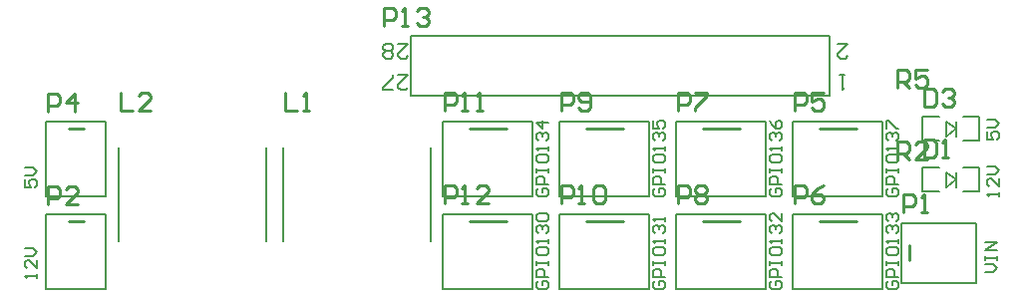
<source format=gto>
%FSLAX25Y25*%
%MOIN*%
G70*
G01*
G75*
G04 Layer_Color=65535*
%ADD10R,0.04724X0.05512*%
%ADD11R,0.21260X0.11417*%
%ADD12R,0.05512X0.04724*%
%ADD13C,0.01000*%
%ADD14R,0.06200X0.06200*%
%ADD15C,0.06200*%
%ADD16R,0.06200X0.06200*%
%ADD17C,0.05906*%
%ADD18R,0.05906X0.05906*%
%ADD19C,0.03000*%
%ADD20C,0.05000*%
%ADD21R,0.01417X0.04685*%
%ADD22R,0.05512X0.04331*%
%ADD23R,0.04331X0.05512*%
%ADD24R,0.09843X0.06693*%
%ADD25R,0.12992X0.05512*%
%ADD26R,0.07520X0.02402*%
G04:AMPARAMS|DCode=27|XSize=122.05mil|YSize=94.88mil|CornerRadius=9.49mil|HoleSize=0mil|Usage=FLASHONLY|Rotation=270.000|XOffset=0mil|YOffset=0mil|HoleType=Round|Shape=RoundedRectangle|*
%AMROUNDEDRECTD27*
21,1,0.12205,0.07591,0,0,270.0*
21,1,0.10307,0.09488,0,0,270.0*
1,1,0.01898,-0.03795,-0.05154*
1,1,0.01898,-0.03795,0.05154*
1,1,0.01898,0.03795,0.05154*
1,1,0.01898,0.03795,-0.05154*
%
%ADD27ROUNDEDRECTD27*%
%ADD28R,0.04724X0.05512*%
%ADD29R,0.04331X0.06693*%
%ADD30C,0.00800*%
%ADD31C,0.00787*%
%ADD32C,0.00500*%
D13*
X216500Y255500D02*
X221500D01*
X216500Y224500D02*
X221500D01*
X497500Y211500D02*
Y216500D01*
X350500Y255500D02*
X363000D01*
X350500Y224500D02*
X363000D01*
X389500Y255500D02*
X402000D01*
X389500Y224500D02*
X402000D01*
X428500Y255500D02*
X441000D01*
X428500Y224500D02*
X441000D01*
X467500Y255500D02*
X480000D01*
X467500Y224500D02*
X480000D01*
X502700Y251898D02*
Y245900D01*
X505699D01*
X506699Y246900D01*
Y250898D01*
X505699Y251898D01*
X502700D01*
X508698Y245900D02*
X510697D01*
X509698D01*
Y251898D01*
X508698Y250898D01*
X502700Y268898D02*
Y262900D01*
X505699D01*
X506699Y263900D01*
Y267898D01*
X505699Y268898D01*
X502700D01*
X508698Y267898D02*
X509698Y268898D01*
X511697D01*
X512697Y267898D01*
Y266899D01*
X511697Y265899D01*
X510697D01*
X511697D01*
X512697Y264899D01*
Y263900D01*
X511697Y262900D01*
X509698D01*
X508698Y263900D01*
X289000Y267698D02*
Y261700D01*
X292999D01*
X294998D02*
X296997D01*
X295998D01*
Y267698D01*
X294998Y266698D01*
X234000Y267698D02*
Y261700D01*
X237999D01*
X243997D02*
X239998D01*
X243997Y265699D01*
Y266698D01*
X242997Y267698D01*
X240998D01*
X239998Y266698D01*
X495600Y227400D02*
Y233398D01*
X498599D01*
X499599Y232398D01*
Y230399D01*
X498599Y229399D01*
X495600D01*
X501598Y227400D02*
X503597D01*
X502598D01*
Y233398D01*
X501598Y232398D01*
X209650Y230350D02*
Y236348D01*
X212649D01*
X213649Y235348D01*
Y233349D01*
X212649Y232349D01*
X209650D01*
X219647Y230350D02*
X215648D01*
X219647Y234349D01*
Y235348D01*
X218647Y236348D01*
X216648D01*
X215648Y235348D01*
X209650Y261350D02*
Y267348D01*
X212649D01*
X213649Y266348D01*
Y264349D01*
X212649Y263349D01*
X209650D01*
X218647Y261350D02*
Y267348D01*
X215648Y264349D01*
X219647D01*
X459100Y261400D02*
Y267398D01*
X462099D01*
X463099Y266398D01*
Y264399D01*
X462099Y263399D01*
X459100D01*
X469097Y267398D02*
X465098D01*
Y264399D01*
X467097Y265399D01*
X468097D01*
X469097Y264399D01*
Y262400D01*
X468097Y261400D01*
X466098D01*
X465098Y262400D01*
X459100Y230400D02*
Y236398D01*
X462099D01*
X463099Y235398D01*
Y233399D01*
X462099Y232399D01*
X459100D01*
X469097Y236398D02*
X467097Y235398D01*
X465098Y233399D01*
Y231400D01*
X466098Y230400D01*
X468097D01*
X469097Y231400D01*
Y232399D01*
X468097Y233399D01*
X465098D01*
X420100Y261400D02*
Y267398D01*
X423099D01*
X424099Y266398D01*
Y264399D01*
X423099Y263399D01*
X420100D01*
X426098Y267398D02*
X430097D01*
Y266398D01*
X426098Y262400D01*
Y261400D01*
X420100Y230400D02*
Y236398D01*
X423099D01*
X424099Y235398D01*
Y233399D01*
X423099Y232399D01*
X420100D01*
X426098Y235398D02*
X427098Y236398D01*
X429097D01*
X430097Y235398D01*
Y234399D01*
X429097Y233399D01*
X430097Y232399D01*
Y231400D01*
X429097Y230400D01*
X427098D01*
X426098Y231400D01*
Y232399D01*
X427098Y233399D01*
X426098Y234399D01*
Y235398D01*
X427098Y233399D02*
X429097D01*
X381100Y261400D02*
Y267398D01*
X384099D01*
X385099Y266398D01*
Y264399D01*
X384099Y263399D01*
X381100D01*
X387098Y262400D02*
X388098Y261400D01*
X390097D01*
X391097Y262400D01*
Y266398D01*
X390097Y267398D01*
X388098D01*
X387098Y266398D01*
Y265399D01*
X388098Y264399D01*
X391097D01*
X381100Y230400D02*
Y236398D01*
X384099D01*
X385099Y235398D01*
Y233399D01*
X384099Y232399D01*
X381100D01*
X387098Y230400D02*
X389097D01*
X388098D01*
Y236398D01*
X387098Y235398D01*
X392096D02*
X393096Y236398D01*
X395095D01*
X396095Y235398D01*
Y231400D01*
X395095Y230400D01*
X393096D01*
X392096Y231400D01*
Y235398D01*
X342100Y261400D02*
Y267398D01*
X345099D01*
X346099Y266398D01*
Y264399D01*
X345099Y263399D01*
X342100D01*
X348098Y261400D02*
X350097D01*
X349098D01*
Y267398D01*
X348098Y266398D01*
X353096Y261400D02*
X355096D01*
X354096D01*
Y267398D01*
X353096Y266398D01*
X342100Y230400D02*
Y236398D01*
X345099D01*
X346099Y235398D01*
Y233399D01*
X345099Y232399D01*
X342100D01*
X348098Y230400D02*
X350097D01*
X349098D01*
Y236398D01*
X348098Y235398D01*
X357095Y230400D02*
X353096D01*
X357095Y234399D01*
Y235398D01*
X356096Y236398D01*
X354096D01*
X353096Y235398D01*
X321900Y289900D02*
Y295898D01*
X324899D01*
X325899Y294898D01*
Y292899D01*
X324899Y291899D01*
X321900D01*
X327898Y289900D02*
X329897D01*
X328898D01*
Y295898D01*
X327898Y294898D01*
X332896D02*
X333896Y295898D01*
X335895D01*
X336895Y294898D01*
Y293899D01*
X335895Y292899D01*
X334896D01*
X335895D01*
X336895Y291899D01*
Y290900D01*
X335895Y289900D01*
X333896D01*
X332896Y290900D01*
X493600Y245100D02*
Y251098D01*
X496599D01*
X497599Y250098D01*
Y248099D01*
X496599Y247099D01*
X493600D01*
X495599D02*
X497599Y245100D01*
X503597D02*
X499598D01*
X503597Y249099D01*
Y250098D01*
X502597Y251098D01*
X500598D01*
X499598Y250098D01*
X493600Y269100D02*
Y275098D01*
X496599D01*
X497599Y274098D01*
Y272099D01*
X496599Y271099D01*
X493600D01*
X495599D02*
X497599Y269100D01*
X503597Y275098D02*
X499598D01*
Y272099D01*
X501597Y273099D01*
X502597D01*
X503597Y272099D01*
Y270100D01*
X502597Y269100D01*
X500598D01*
X499598Y270100D01*
D30*
X520949Y251563D02*
Y259437D01*
X502051Y251563D02*
Y259437D01*
X515437D02*
X520949D01*
X515437Y251563D02*
X520949D01*
X502051Y251400D02*
X507563D01*
X502051Y259500D02*
X507563D01*
X513100Y253000D02*
Y255500D01*
X510000Y253000D02*
Y258000D01*
X513100Y255500D01*
X510000Y253000D02*
X513100Y255500D01*
Y258000D01*
X229000Y233000D02*
Y258000D01*
X209000Y233000D02*
X229000D01*
X209000D02*
Y258000D01*
X229000D01*
X520949Y234563D02*
Y242437D01*
X502051Y234563D02*
Y242437D01*
X515437D02*
X520949D01*
X515437Y234563D02*
X520949D01*
X502051Y234400D02*
X507563D01*
X502051Y242500D02*
X507563D01*
X513100Y236000D02*
Y238500D01*
X510000Y236000D02*
Y241000D01*
X513100Y238500D01*
X510000Y236000D02*
X513100Y238500D01*
Y241000D01*
X229000Y202000D02*
Y227000D01*
X209000Y202000D02*
X229000D01*
X209000D02*
Y227000D01*
X229000D01*
X495000Y224000D02*
X520000D01*
Y204000D02*
Y224000D01*
X495000Y204000D02*
X520000D01*
X495000D02*
Y224000D01*
X341500Y258000D02*
X371500D01*
X341500Y233000D02*
Y258000D01*
Y233000D02*
X371500D01*
Y258000D01*
X341500Y227000D02*
X371500D01*
X341500Y202000D02*
Y227000D01*
Y202000D02*
X371500D01*
Y227000D01*
X380500Y258000D02*
X410500D01*
X380500Y233000D02*
Y258000D01*
Y233000D02*
X410500D01*
Y258000D01*
X380500Y227000D02*
X410500D01*
X380500Y202000D02*
Y227000D01*
Y202000D02*
X410500D01*
Y227000D01*
X419500Y258000D02*
X449500D01*
X419500Y233000D02*
Y258000D01*
Y233000D02*
X449500D01*
Y258000D01*
X419500Y227000D02*
X449500D01*
X419500Y202000D02*
Y227000D01*
Y202000D02*
X449500D01*
Y227000D01*
X458500Y258000D02*
X488500D01*
X458500Y233000D02*
Y258000D01*
Y233000D02*
X488500D01*
Y258000D01*
X458500Y227000D02*
X488500D01*
X458500Y202000D02*
Y227000D01*
Y202000D02*
X488500D01*
Y227000D01*
X473668Y284000D02*
X477000D01*
X473668Y280668D01*
Y279835D01*
X474501Y279002D01*
X476167D01*
X477000Y279835D01*
X326668Y284000D02*
X330000D01*
X326668Y280668D01*
Y279835D01*
X327501Y279002D01*
X329167D01*
X330000Y279835D01*
X325002D02*
X324169Y279002D01*
X322502D01*
X321669Y279835D01*
Y280668D01*
X322502Y281501D01*
X321669Y282334D01*
Y283167D01*
X322502Y284000D01*
X324169D01*
X325002Y283167D01*
Y282334D01*
X324169Y281501D01*
X325002Y280668D01*
Y279835D01*
X324169Y281501D02*
X322502D01*
X326668Y273500D02*
X330000D01*
X326668Y270168D01*
Y269335D01*
X327501Y268502D01*
X329167D01*
X330000Y269335D01*
X325002Y268502D02*
X321669D01*
Y269335D01*
X325002Y272667D01*
Y273500D01*
X476000D02*
X474334D01*
X475167D01*
Y268502D01*
X476000Y269335D01*
D31*
X233394Y217752D02*
Y249248D01*
X282606Y217752D02*
Y249248D01*
X288394Y217752D02*
Y249248D01*
X337606Y217752D02*
Y249248D01*
X331000Y286500D02*
X471000D01*
X331000Y266500D02*
X471000D01*
Y286500D01*
X331000Y266500D02*
Y286500D01*
D32*
X373668Y204666D02*
X373001Y203999D01*
Y202666D01*
X373668Y202000D01*
X376334D01*
X377000Y202666D01*
Y203999D01*
X376334Y204666D01*
X375001D01*
Y203333D01*
X377000Y205999D02*
X373001D01*
Y207998D01*
X373668Y208664D01*
X375001D01*
X375667Y207998D01*
Y205999D01*
X373001Y209997D02*
Y211330D01*
Y210664D01*
X377000D01*
Y209997D01*
Y211330D01*
X373001Y215329D02*
Y213996D01*
X373668Y213330D01*
X376334D01*
X377000Y213996D01*
Y215329D01*
X376334Y215996D01*
X373668D01*
X373001Y215329D01*
X377000Y217328D02*
Y218661D01*
Y217995D01*
X373001D01*
X373668Y217328D01*
Y220661D02*
X373001Y221327D01*
Y222660D01*
X373668Y223326D01*
X374334D01*
X375001Y222660D01*
Y221994D01*
Y222660D01*
X375667Y223326D01*
X376334D01*
X377000Y222660D01*
Y221327D01*
X376334Y220661D01*
X373668Y224659D02*
X373001Y225326D01*
Y226659D01*
X373668Y227325D01*
X376334D01*
X377000Y226659D01*
Y225326D01*
X376334Y224659D01*
X373668D01*
X412668Y204666D02*
X412001Y203999D01*
Y202666D01*
X412668Y202000D01*
X415334D01*
X416000Y202666D01*
Y203999D01*
X415334Y204666D01*
X414001D01*
Y203333D01*
X416000Y205999D02*
X412001D01*
Y207998D01*
X412668Y208664D01*
X414001D01*
X414667Y207998D01*
Y205999D01*
X412001Y209997D02*
Y211330D01*
Y210664D01*
X416000D01*
Y209997D01*
Y211330D01*
X412001Y215329D02*
Y213996D01*
X412668Y213330D01*
X415334D01*
X416000Y213996D01*
Y215329D01*
X415334Y215996D01*
X412668D01*
X412001Y215329D01*
X416000Y217328D02*
Y218661D01*
Y217995D01*
X412001D01*
X412668Y217328D01*
Y220661D02*
X412001Y221327D01*
Y222660D01*
X412668Y223326D01*
X413334D01*
X414001Y222660D01*
Y221994D01*
Y222660D01*
X414667Y223326D01*
X415334D01*
X416000Y222660D01*
Y221327D01*
X415334Y220661D01*
X416000Y224659D02*
Y225992D01*
Y225326D01*
X412001D01*
X412668Y224659D01*
X451668Y204666D02*
X451001Y203999D01*
Y202666D01*
X451668Y202000D01*
X454334D01*
X455000Y202666D01*
Y203999D01*
X454334Y204666D01*
X453001D01*
Y203333D01*
X455000Y205999D02*
X451001D01*
Y207998D01*
X451668Y208664D01*
X453001D01*
X453667Y207998D01*
Y205999D01*
X451001Y209997D02*
Y211330D01*
Y210664D01*
X455000D01*
Y209997D01*
Y211330D01*
X451001Y215329D02*
Y213996D01*
X451668Y213330D01*
X454334D01*
X455000Y213996D01*
Y215329D01*
X454334Y215996D01*
X451668D01*
X451001Y215329D01*
X455000Y217328D02*
Y218661D01*
Y217995D01*
X451001D01*
X451668Y217328D01*
Y220661D02*
X451001Y221327D01*
Y222660D01*
X451668Y223326D01*
X452334D01*
X453001Y222660D01*
Y221994D01*
Y222660D01*
X453667Y223326D01*
X454334D01*
X455000Y222660D01*
Y221327D01*
X454334Y220661D01*
X455000Y227325D02*
Y224659D01*
X452334Y227325D01*
X451668D01*
X451001Y226659D01*
Y225326D01*
X451668Y224659D01*
X490668Y204666D02*
X490001Y203999D01*
Y202666D01*
X490668Y202000D01*
X493334D01*
X494000Y202666D01*
Y203999D01*
X493334Y204666D01*
X492001D01*
Y203333D01*
X494000Y205999D02*
X490001D01*
Y207998D01*
X490668Y208664D01*
X492001D01*
X492667Y207998D01*
Y205999D01*
X490001Y209997D02*
Y211330D01*
Y210664D01*
X494000D01*
Y209997D01*
Y211330D01*
X490001Y215329D02*
Y213996D01*
X490668Y213330D01*
X493334D01*
X494000Y213996D01*
Y215329D01*
X493334Y215996D01*
X490668D01*
X490001Y215329D01*
X494000Y217328D02*
Y218661D01*
Y217995D01*
X490001D01*
X490668Y217328D01*
Y220661D02*
X490001Y221327D01*
Y222660D01*
X490668Y223326D01*
X491334D01*
X492001Y222660D01*
Y221994D01*
Y222660D01*
X492667Y223326D01*
X493334D01*
X494000Y222660D01*
Y221327D01*
X493334Y220661D01*
X490668Y224659D02*
X490001Y225326D01*
Y226659D01*
X490668Y227325D01*
X491334D01*
X492001Y226659D01*
Y225992D01*
Y226659D01*
X492667Y227325D01*
X493334D01*
X494000Y226659D01*
Y225326D01*
X493334Y224659D01*
X373668Y235666D02*
X373001Y234999D01*
Y233666D01*
X373668Y233000D01*
X376334D01*
X377000Y233666D01*
Y234999D01*
X376334Y235666D01*
X375001D01*
Y234333D01*
X377000Y236999D02*
X373001D01*
Y238998D01*
X373668Y239665D01*
X375001D01*
X375667Y238998D01*
Y236999D01*
X373001Y240997D02*
Y242330D01*
Y241664D01*
X377000D01*
Y240997D01*
Y242330D01*
X373001Y246329D02*
Y244996D01*
X373668Y244330D01*
X376334D01*
X377000Y244996D01*
Y246329D01*
X376334Y246995D01*
X373668D01*
X373001Y246329D01*
X377000Y248328D02*
Y249661D01*
Y248995D01*
X373001D01*
X373668Y248328D01*
Y251661D02*
X373001Y252327D01*
Y253660D01*
X373668Y254327D01*
X374334D01*
X375001Y253660D01*
Y252994D01*
Y253660D01*
X375667Y254327D01*
X376334D01*
X377000Y253660D01*
Y252327D01*
X376334Y251661D01*
X377000Y257659D02*
X373001D01*
X375001Y255659D01*
Y258325D01*
X412668Y235666D02*
X412001Y234999D01*
Y233666D01*
X412668Y233000D01*
X415334D01*
X416000Y233666D01*
Y234999D01*
X415334Y235666D01*
X414001D01*
Y234333D01*
X416000Y236999D02*
X412001D01*
Y238998D01*
X412668Y239665D01*
X414001D01*
X414667Y238998D01*
Y236999D01*
X412001Y240997D02*
Y242330D01*
Y241664D01*
X416000D01*
Y240997D01*
Y242330D01*
X412001Y246329D02*
Y244996D01*
X412668Y244330D01*
X415334D01*
X416000Y244996D01*
Y246329D01*
X415334Y246995D01*
X412668D01*
X412001Y246329D01*
X416000Y248328D02*
Y249661D01*
Y248995D01*
X412001D01*
X412668Y248328D01*
Y251661D02*
X412001Y252327D01*
Y253660D01*
X412668Y254327D01*
X413334D01*
X414001Y253660D01*
Y252994D01*
Y253660D01*
X414667Y254327D01*
X415334D01*
X416000Y253660D01*
Y252327D01*
X415334Y251661D01*
X412001Y258325D02*
Y255659D01*
X414001D01*
X413334Y256992D01*
Y257659D01*
X414001Y258325D01*
X415334D01*
X416000Y257659D01*
Y256326D01*
X415334Y255659D01*
X451668Y235666D02*
X451001Y234999D01*
Y233666D01*
X451668Y233000D01*
X454334D01*
X455000Y233666D01*
Y234999D01*
X454334Y235666D01*
X453001D01*
Y234333D01*
X455000Y236999D02*
X451001D01*
Y238998D01*
X451668Y239665D01*
X453001D01*
X453667Y238998D01*
Y236999D01*
X451001Y240997D02*
Y242330D01*
Y241664D01*
X455000D01*
Y240997D01*
Y242330D01*
X451001Y246329D02*
Y244996D01*
X451668Y244330D01*
X454334D01*
X455000Y244996D01*
Y246329D01*
X454334Y246995D01*
X451668D01*
X451001Y246329D01*
X455000Y248328D02*
Y249661D01*
Y248995D01*
X451001D01*
X451668Y248328D01*
Y251661D02*
X451001Y252327D01*
Y253660D01*
X451668Y254327D01*
X452334D01*
X453001Y253660D01*
Y252994D01*
Y253660D01*
X453667Y254327D01*
X454334D01*
X455000Y253660D01*
Y252327D01*
X454334Y251661D01*
X451001Y258325D02*
X451668Y256992D01*
X453001Y255659D01*
X454334D01*
X455000Y256326D01*
Y257659D01*
X454334Y258325D01*
X453667D01*
X453001Y257659D01*
Y255659D01*
X490668Y235666D02*
X490001Y234999D01*
Y233666D01*
X490668Y233000D01*
X493334D01*
X494000Y233666D01*
Y234999D01*
X493334Y235666D01*
X492001D01*
Y234333D01*
X494000Y236999D02*
X490001D01*
Y238998D01*
X490668Y239665D01*
X492001D01*
X492667Y238998D01*
Y236999D01*
X490001Y240997D02*
Y242330D01*
Y241664D01*
X494000D01*
Y240997D01*
Y242330D01*
X490001Y246329D02*
Y244996D01*
X490668Y244330D01*
X493334D01*
X494000Y244996D01*
Y246329D01*
X493334Y246995D01*
X490668D01*
X490001Y246329D01*
X494000Y248328D02*
Y249661D01*
Y248995D01*
X490001D01*
X490668Y248328D01*
Y251661D02*
X490001Y252327D01*
Y253660D01*
X490668Y254327D01*
X491334D01*
X492001Y253660D01*
Y252994D01*
Y253660D01*
X492667Y254327D01*
X493334D01*
X494000Y253660D01*
Y252327D01*
X493334Y251661D01*
X490001Y255659D02*
Y258325D01*
X490668D01*
X493334Y255659D01*
X494000D01*
X202001Y238666D02*
Y236000D01*
X204001D01*
X203334Y237333D01*
Y237999D01*
X204001Y238666D01*
X205334D01*
X206000Y237999D01*
Y236666D01*
X205334Y236000D01*
X202001Y239999D02*
X204667D01*
X206000Y241332D01*
X204667Y242665D01*
X202001D01*
X206000Y205500D02*
Y206833D01*
Y206166D01*
X202001D01*
X202668Y205500D01*
X206000Y211498D02*
Y208832D01*
X203334Y211498D01*
X202668D01*
X202001Y210832D01*
Y209499D01*
X202668Y208832D01*
X202001Y212831D02*
X204667D01*
X206000Y214164D01*
X204667Y215497D01*
X202001D01*
X523501Y254666D02*
Y252000D01*
X525501D01*
X524834Y253333D01*
Y253999D01*
X525501Y254666D01*
X526834D01*
X527500Y253999D01*
Y252666D01*
X526834Y252000D01*
X523501Y255999D02*
X526167D01*
X527500Y257332D01*
X526167Y258664D01*
X523501D01*
X527500Y233000D02*
Y234333D01*
Y233666D01*
X523501D01*
X524168Y233000D01*
X527500Y238998D02*
Y236332D01*
X524834Y238998D01*
X524168D01*
X523501Y238332D01*
Y236999D01*
X524168Y236332D01*
X523501Y240331D02*
X526167D01*
X527500Y241664D01*
X526167Y242997D01*
X523501D01*
X523001Y207500D02*
X525667D01*
X527000Y208833D01*
X525667Y210166D01*
X523001D01*
Y211499D02*
Y212832D01*
Y212165D01*
X527000D01*
Y211499D01*
Y212832D01*
Y214831D02*
X523001D01*
X527000Y217497D01*
X523001D01*
M02*

</source>
